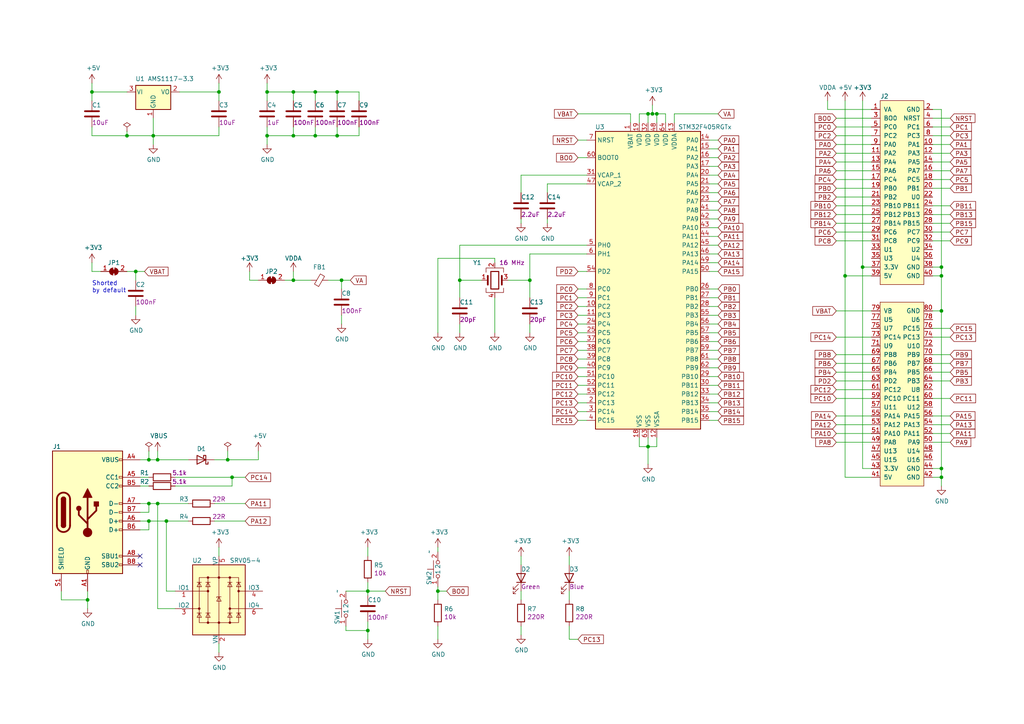
<source format=kicad_sch>
(kicad_sch (version 20211123) (generator eeschema)
  (paper "A4")
  (title_block (title "${TITLE}") (date "2021-06-14") (rev "${REVISION}") (company "${COMPANY}") (comment 1 "${AUTHOR}") (comment 2 "${AUTHOR_EMAIL}"))
  (junction (at 43.18 151.13))
  (junction (at 106.68 171.45))
  (junction (at 187.96 33.02))
  (junction (at 273.05 135.89))
  (junction (at 39.37 78.74))
  (junction (at 85.09 26.67))
  (junction (at 190.5 33.02))
  (junction (at 85.09 39.37))
  (junction (at 85.09 81.28))
  (junction (at 97.79 39.37))
  (junction (at 45.72 133.35))
  (junction (at 273.05 80.01))
  (junction (at 273.05 138.43))
  (junction (at 66.04 133.35))
  (junction (at 245.11 80.01))
  (junction (at 106.68 182.88))
  (junction (at 133.35 81.28))
  (junction (at 44.45 39.37))
  (junction (at 63.5 26.67))
  (junction (at 127 171.45))
  (junction (at 91.44 26.67))
  (junction (at 43.18 146.05))
  (junction (at 153.67 81.28))
  (junction (at 187.96 129.54))
  (junction (at 77.47 39.37))
  (junction (at 77.47 26.67))
  (junction (at 45.72 146.05))
  (junction (at 99.06 81.28))
  (junction (at 97.79 26.67))
  (junction (at 26.67 26.67))
  (junction (at 250.19 77.47))
  (junction (at 273.05 77.47))
  (junction (at 189.23 33.02))
  (junction (at 25.4 173.99))
  (junction (at 36.83 39.37))
  (junction (at 91.44 39.37))
  (junction (at 273.05 90.17))
  (junction (at 43.18 133.35))
  (junction (at 67.31 138.43))
  (junction (at 48.26 151.13))
  (no_connect (at 40.64 163.83))
  (no_connect (at 40.64 161.29))
  (wire (pts (xy 270.51 128.27) (xy 275.59 128.27)))
  (wire (pts (xy 185.42 129.54) (xy 187.96 129.54)))
  (wire (pts (xy 170.18 99.06) (xy 167.64 99.06)))
  (wire (pts (xy 273.05 135.89) (xy 270.51 135.89)))
  (wire (pts (xy 97.79 39.37) (xy 97.79 36.83)))
  (wire (pts (xy 133.35 71.12) (xy 133.35 81.28)))
  (wire (pts (xy 43.18 130.81) (xy 43.18 133.35)))
  (wire (pts (xy 273.05 90.17) (xy 273.05 135.89)))
  (wire (pts (xy 45.72 130.81) (xy 45.72 133.35)))
  (wire (pts (xy 242.57 52.07) (xy 252.73 52.07)))
  (wire (pts (xy 270.51 69.85) (xy 275.59 69.85)))
  (wire (pts (xy 273.05 138.43) (xy 273.05 135.89)))
  (wire (pts (xy 252.73 77.47) (xy 250.19 77.47)))
  (wire (pts (xy 167.64 121.92) (xy 170.18 121.92)))
  (wire (pts (xy 106.68 158.75) (xy 106.68 161.29)))
  (wire (pts (xy 151.13 64.77) (xy 151.13 63.5)))
  (wire (pts (xy 205.74 53.34) (xy 208.28 53.34)))
  (wire (pts (xy 127 74.93) (xy 127 96.52)))
  (wire (pts (xy 242.57 125.73) (xy 252.73 125.73)))
  (wire (pts (xy 170.18 93.98) (xy 167.64 93.98)))
  (wire (pts (xy 167.64 78.74) (xy 170.18 78.74)))
  (wire (pts (xy 153.67 73.66) (xy 153.67 81.28)))
  (wire (pts (xy 190.5 127) (xy 190.5 129.54)))
  (wire (pts (xy 270.51 52.07) (xy 275.59 52.07)))
  (wire (pts (xy 205.74 86.36) (xy 208.28 86.36)))
  (wire (pts (xy 208.28 104.14) (xy 205.74 104.14)))
  (wire (pts (xy 158.75 63.5) (xy 158.75 64.77)))
  (wire (pts (xy 52.07 26.67) (xy 63.5 26.67)))
  (wire (pts (xy 245.11 80.01) (xy 245.11 138.43)))
  (wire (pts (xy 170.18 88.9) (xy 167.64 88.9)))
  (wire (pts (xy 187.96 35.56) (xy 187.96 33.02)))
  (wire (pts (xy 205.74 91.44) (xy 208.28 91.44)))
  (wire (pts (xy 252.73 105.41) (xy 242.57 105.41)))
  (wire (pts (xy 111.76 171.45) (xy 106.68 171.45)))
  (wire (pts (xy 40.64 148.59) (xy 43.18 148.59)))
  (wire (pts (xy 242.57 120.65) (xy 252.73 120.65)))
  (wire (pts (xy 127 171.45) (xy 127 173.99)))
  (wire (pts (xy 275.59 120.65) (xy 270.51 120.65)))
  (wire (pts (xy 275.59 39.37) (xy 270.51 39.37)))
  (wire (pts (xy 50.8 171.45) (xy 48.26 171.45)))
  (wire (pts (xy 106.68 185.42) (xy 106.68 182.88)))
  (wire (pts (xy 185.42 33.02) (xy 187.96 33.02)))
  (wire (pts (xy 208.28 50.8) (xy 205.74 50.8)))
  (wire (pts (xy 77.47 26.67) (xy 77.47 24.13)))
  (wire (pts (xy 208.28 60.96) (xy 205.74 60.96)))
  (wire (pts (xy 151.13 163.83) (xy 151.13 161.29)))
  (wire (pts (xy 167.64 45.72) (xy 170.18 45.72)))
  (wire (pts (xy 91.44 29.21) (xy 91.44 26.67)))
  (wire (pts (xy 242.57 49.53) (xy 252.73 49.53)))
  (wire (pts (xy 104.14 39.37) (xy 97.79 39.37)))
  (wire (pts (xy 190.5 33.02) (xy 193.04 33.02)))
  (wire (pts (xy 26.67 78.74) (xy 29.21 78.74)))
  (wire (pts (xy 44.45 41.91) (xy 44.45 39.37)))
  (wire (pts (xy 97.79 26.67) (xy 97.79 29.21)))
  (wire (pts (xy 190.5 129.54) (xy 187.96 129.54)))
  (wire (pts (xy 77.47 36.83) (xy 77.47 39.37)))
  (wire (pts (xy 71.12 151.13) (xy 62.23 151.13)))
  (wire (pts (xy 208.28 45.72) (xy 205.74 45.72)))
  (wire (pts (xy 143.51 74.93) (xy 127 74.93)))
  (wire (pts (xy 151.13 50.8) (xy 170.18 50.8)))
  (wire (pts (xy 36.83 39.37) (xy 44.45 39.37)))
  (wire (pts (xy 205.74 111.76) (xy 208.28 111.76)))
  (wire (pts (xy 275.59 123.19) (xy 270.51 123.19)))
  (wire (pts (xy 275.59 49.53) (xy 270.51 49.53)))
  (wire (pts (xy 77.47 26.67) (xy 85.09 26.67)))
  (wire (pts (xy 208.28 71.12) (xy 205.74 71.12)))
  (wire (pts (xy 100.33 182.88) (xy 106.68 182.88)))
  (wire (pts (xy 205.74 68.58) (xy 208.28 68.58)))
  (wire (pts (xy 26.67 26.67) (xy 26.67 24.13)))
  (wire (pts (xy 205.74 63.5) (xy 208.28 63.5)))
  (wire (pts (xy 185.42 127) (xy 185.42 129.54)))
  (wire (pts (xy 252.73 135.89) (xy 250.19 135.89)))
  (wire (pts (xy 242.57 102.87) (xy 252.73 102.87)))
  (wire (pts (xy 208.28 66.04) (xy 205.74 66.04)))
  (wire (pts (xy 158.75 53.34) (xy 170.18 53.34)))
  (wire (pts (xy 97.79 26.67) (xy 91.44 26.67)))
  (wire (pts (xy 275.59 102.87) (xy 270.51 102.87)))
  (wire (pts (xy 167.64 96.52) (xy 170.18 96.52)))
  (wire (pts (xy 63.5 36.83) (xy 63.5 39.37)))
  (wire (pts (xy 143.51 76.2) (xy 143.51 74.93)))
  (wire (pts (xy 104.14 36.83) (xy 104.14 39.37)))
  (wire (pts (xy 62.23 133.35) (xy 66.04 133.35)))
  (wire (pts (xy 143.51 86.36) (xy 143.51 96.52)))
  (wire (pts (xy 40.64 146.05) (xy 43.18 146.05)))
  (wire (pts (xy 193.04 35.56) (xy 193.04 33.02)))
  (wire (pts (xy 205.74 58.42) (xy 208.28 58.42)))
  (wire (pts (xy 242.57 113.03) (xy 252.73 113.03)))
  (wire (pts (xy 26.67 76.2) (xy 26.67 78.74)))
  (wire (pts (xy 39.37 78.74) (xy 39.37 81.28)))
  (wire (pts (xy 205.74 48.26) (xy 208.28 48.26)))
  (wire (pts (xy 252.73 123.19) (xy 242.57 123.19)))
  (wire (pts (xy 45.72 133.35) (xy 54.61 133.35)))
  (wire (pts (xy 252.73 115.57) (xy 242.57 115.57)))
  (wire (pts (xy 167.64 111.76) (xy 170.18 111.76)))
  (wire (pts (xy 99.06 81.28) (xy 99.06 83.82)))
  (wire (pts (xy 275.59 115.57) (xy 270.51 115.57)))
  (wire (pts (xy 205.74 73.66) (xy 208.28 73.66)))
  (wire (pts (xy 170.18 114.3) (xy 167.64 114.3)))
  (wire (pts (xy 71.12 146.05) (xy 62.23 146.05)))
  (wire (pts (xy 63.5 158.75) (xy 63.5 161.29)))
  (wire (pts (xy 245.11 80.01) (xy 252.73 80.01)))
  (wire (pts (xy 127 158.75) (xy 127 160.02)))
  (wire (pts (xy 85.09 81.28) (xy 90.17 81.28)))
  (wire (pts (xy 36.83 78.74) (xy 39.37 78.74)))
  (wire (pts (xy 67.31 138.43) (xy 71.12 138.43)))
  (wire (pts (xy 270.51 77.47) (xy 273.05 77.47)))
  (wire (pts (xy 208.28 55.88) (xy 205.74 55.88)))
  (wire (pts (xy 25.4 173.99) (xy 25.4 176.53)))
  (wire (pts (xy 40.64 153.67) (xy 43.18 153.67)))
  (wire (pts (xy 165.1 181.61) (xy 165.1 185.42)))
  (wire (pts (xy 208.28 76.2) (xy 205.74 76.2)))
  (wire (pts (xy 67.31 140.97) (xy 67.31 138.43)))
  (wire (pts (xy 77.47 39.37) (xy 85.09 39.37)))
  (wire (pts (xy 43.18 133.35) (xy 45.72 133.35)))
  (wire (pts (xy 26.67 36.83) (xy 26.67 39.37)))
  (wire (pts (xy 127 170.18) (xy 127 171.45)))
  (wire (pts (xy 242.57 46.99) (xy 252.73 46.99)))
  (wire (pts (xy 26.67 39.37) (xy 36.83 39.37)))
  (wire (pts (xy 26.67 26.67) (xy 36.83 26.67)))
  (wire (pts (xy 43.18 151.13) (xy 48.26 151.13)))
  (wire (pts (xy 170.18 109.22) (xy 167.64 109.22)))
  (wire (pts (xy 187.96 129.54) (xy 187.96 134.62)))
  (wire (pts (xy 97.79 39.37) (xy 91.44 39.37)))
  (wire (pts (xy 99.06 81.28) (xy 101.6 81.28)))
  (wire (pts (xy 275.59 54.61) (xy 270.51 54.61)))
  (wire (pts (xy 44.45 34.29) (xy 44.45 39.37)))
  (wire (pts (xy 195.58 33.02) (xy 208.28 33.02)))
  (wire (pts (xy 242.57 107.95) (xy 252.73 107.95)))
  (wire (pts (xy 275.59 125.73) (xy 270.51 125.73)))
  (wire (pts (xy 85.09 26.67) (xy 85.09 29.21)))
  (wire (pts (xy 40.64 133.35) (xy 43.18 133.35)))
  (wire (pts (xy 44.45 39.37) (xy 63.5 39.37)))
  (wire (pts (xy 205.74 106.68) (xy 208.28 106.68)))
  (wire (pts (xy 106.68 168.91) (xy 106.68 171.45)))
  (wire (pts (xy 153.67 81.28) (xy 153.67 86.36)))
  (wire (pts (xy 242.57 67.31) (xy 252.73 67.31)))
  (wire (pts (xy 104.14 26.67) (xy 97.79 26.67)))
  (wire (pts (xy 74.93 133.35) (xy 74.93 130.81)))
  (wire (pts (xy 170.18 104.14) (xy 167.64 104.14)))
  (wire (pts (xy 252.73 31.75) (xy 240.03 31.75)))
  (wire (pts (xy 133.35 93.98) (xy 133.35 96.52)))
  (wire (pts (xy 151.13 55.88) (xy 151.13 50.8)))
  (wire (pts (xy 50.8 138.43) (xy 67.31 138.43)))
  (wire (pts (xy 187.96 127) (xy 187.96 129.54)))
  (wire (pts (xy 208.28 40.64) (xy 205.74 40.64)))
  (wire (pts (xy 205.74 101.6) (xy 208.28 101.6)))
  (wire (pts (xy 242.57 34.29) (xy 252.73 34.29)))
  (wire (pts (xy 270.51 36.83) (xy 275.59 36.83)))
  (wire (pts (xy 167.64 40.64) (xy 170.18 40.64)))
  (wire (pts (xy 205.74 121.92) (xy 208.28 121.92)))
  (wire (pts (xy 72.39 78.74) (xy 72.39 81.28)))
  (wire (pts (xy 242.57 57.15) (xy 252.73 57.15)))
  (wire (pts (xy 100.33 171.45) (xy 106.68 171.45)))
  (wire (pts (xy 77.47 26.67) (xy 77.47 29.21)))
  (wire (pts (xy 91.44 39.37) (xy 85.09 39.37)))
  (wire (pts (xy 40.64 138.43) (xy 43.18 138.43)))
  (wire (pts (xy 275.59 67.31) (xy 270.51 67.31)))
  (wire (pts (xy 252.73 110.49) (xy 242.57 110.49)))
  (wire (pts (xy 158.75 53.34) (xy 158.75 55.88)))
  (wire (pts (xy 185.42 35.56) (xy 185.42 33.02)))
  (wire (pts (xy 167.64 116.84) (xy 170.18 116.84)))
  (wire (pts (xy 106.68 182.88) (xy 106.68 180.34)))
  (wire (pts (xy 167.64 91.44) (xy 170.18 91.44)))
  (wire (pts (xy 17.78 173.99) (xy 25.4 173.99)))
  (wire (pts (xy 208.28 109.22) (xy 205.74 109.22)))
  (wire (pts (xy 165.1 185.42) (xy 167.64 185.42)))
  (wire (pts (xy 240.03 31.75) (xy 240.03 29.21)))
  (wire (pts (xy 165.1 171.45) (xy 165.1 173.99)))
  (wire (pts (xy 242.57 44.45) (xy 252.73 44.45)))
  (wire (pts (xy 275.59 44.45) (xy 270.51 44.45)))
  (wire (pts (xy 85.09 78.74) (xy 85.09 81.28)))
  (wire (pts (xy 100.33 181.61) (xy 100.33 182.88)))
  (wire (pts (xy 250.19 77.47) (xy 250.19 135.89)))
  (wire (pts (xy 270.51 46.99) (xy 275.59 46.99)))
  (wire (pts (xy 45.72 176.53) (xy 45.72 146.05)))
  (wire (pts (xy 252.73 128.27) (xy 242.57 128.27)))
  (wire (pts (xy 242.57 97.79) (xy 252.73 97.79)))
  (wire (pts (xy 273.05 80.01) (xy 273.05 90.17)))
  (wire (pts (xy 91.44 36.83) (xy 91.44 39.37)))
  (wire (pts (xy 43.18 153.67) (xy 43.18 151.13)))
  (wire (pts (xy 104.14 29.21) (xy 104.14 26.67)))
  (wire (pts (xy 189.23 30.48) (xy 189.23 33.02)))
  (wire (pts (xy 242.57 59.69) (xy 252.73 59.69)))
  (wire (pts (xy 270.51 34.29) (xy 275.59 34.29)))
  (wire (pts (xy 205.74 116.84) (xy 208.28 116.84)))
  (wire (pts (xy 153.67 93.98) (xy 153.67 96.52)))
  (wire (pts (xy 205.74 96.52) (xy 208.28 96.52)))
  (wire (pts (xy 273.05 77.47) (xy 273.05 80.01)))
  (wire (pts (xy 208.28 93.98) (xy 205.74 93.98)))
  (wire (pts (xy 242.57 41.91) (xy 252.73 41.91)))
  (wire (pts (xy 170.18 119.38) (xy 167.64 119.38)))
  (wire (pts (xy 208.28 83.82) (xy 205.74 83.82)))
  (wire (pts (xy 43.18 146.05) (xy 45.72 146.05)))
  (wire (pts (xy 270.51 64.77) (xy 275.59 64.77)))
  (wire (pts (xy 270.51 80.01) (xy 273.05 80.01)))
  (wire (pts (xy 50.8 140.97) (xy 67.31 140.97)))
  (wire (pts (xy 273.05 90.17) (xy 270.51 90.17)))
  (wire (pts (xy 167.64 106.68) (xy 170.18 106.68)))
  (wire (pts (xy 72.39 81.28) (xy 74.93 81.28)))
  (wire (pts (xy 167.64 86.36) (xy 170.18 86.36)))
  (wire (pts (xy 205.74 43.18) (xy 208.28 43.18)))
  (wire (pts (xy 17.78 171.45) (xy 17.78 173.99)))
  (wire (pts (xy 242.57 69.85) (xy 252.73 69.85)))
  (wire (pts (xy 36.83 38.1) (xy 36.83 39.37)))
  (wire (pts (xy 77.47 41.91) (xy 77.47 39.37)))
  (wire (pts (xy 273.05 140.97) (xy 273.05 138.43)))
  (wire (pts (xy 151.13 184.15) (xy 151.13 181.61)))
  (wire (pts (xy 39.37 78.74) (xy 41.91 78.74)))
  (wire (pts (xy 50.8 176.53) (xy 45.72 176.53)))
  (wire (pts (xy 26.67 26.67) (xy 26.67 29.21)))
  (wire (pts (xy 275.59 97.79) (xy 270.51 97.79)))
  (wire (pts (xy 242.57 90.17) (xy 252.73 90.17)))
  (wire (pts (xy 187.96 33.02) (xy 189.23 33.02)))
  (wire (pts (xy 63.5 26.67) (xy 63.5 24.13)))
  (wire (pts (xy 170.18 83.82) (xy 167.64 83.82)))
  (wire (pts (xy 95.25 81.28) (xy 99.06 81.28)))
  (wire (pts (xy 127 181.61) (xy 127 185.42)))
  (wire (pts (xy 45.72 146.05) (xy 54.61 146.05)))
  (wire (pts (xy 208.28 119.38) (xy 205.74 119.38)))
  (wire (pts (xy 39.37 88.9) (xy 39.37 91.44)))
  (wire (pts (xy 43.18 151.13) (xy 40.64 151.13)))
  (wire (pts (xy 43.18 140.97) (xy 40.64 140.97)))
  (wire (pts (xy 275.59 107.95) (xy 270.51 107.95)))
  (wire (pts (xy 245.11 29.21) (xy 245.11 80.01)))
  (wire (pts (xy 270.51 105.41) (xy 275.59 105.41)))
  (wire (pts (xy 270.51 59.69) (xy 275.59 59.69)))
  (wire (pts (xy 91.44 26.67) (xy 85.09 26.67)))
  (wire (pts (xy 139.7 81.28) (xy 133.35 81.28)))
  (wire (pts (xy 208.28 114.3) (xy 205.74 114.3)))
  (wire (pts (xy 165.1 161.29) (xy 165.1 163.83)))
  (wire (pts (xy 25.4 171.45) (xy 25.4 173.99)))
  (wire (pts (xy 270.51 95.25) (xy 275.59 95.25)))
  (wire (pts (xy 66.04 133.35) (xy 74.93 133.35)))
  (wire (pts (xy 63.5 26.67) (xy 63.5 29.21)))
  (wire (pts (xy 205.74 78.74) (xy 208.28 78.74)))
  (wire (pts (xy 48.26 171.45) (xy 48.26 151.13)))
  (wire (pts (xy 133.35 81.28) (xy 133.35 86.36)))
  (wire (pts (xy 63.5 189.23) (xy 63.5 186.69)))
  (wire (pts (xy 275.59 62.23) (xy 270.51 62.23)))
  (wire (pts (xy 99.06 91.44) (xy 99.06 93.98)))
  (wire (pts (xy 43.18 148.59) (xy 43.18 146.05)))
  (wire (pts (xy 189.23 33.02) (xy 190.5 33.02)))
  (wire (pts (xy 147.32 81.28) (xy 153.67 81.28)))
  (wire (pts (xy 66.04 130.81) (xy 66.04 133.35)))
  (wire (pts (xy 182.88 35.56) (xy 182.88 33.02)))
  (wire (pts (xy 195.58 33.02) (xy 195.58 35.56)))
  (wire (pts (xy 48.26 151.13) (xy 54.61 151.13)))
  (wire (pts (xy 270.51 31.75) (xy 273.05 31.75)))
  (wire (pts (xy 273.05 138.43) (xy 270.51 138.43)))
  (wire (pts (xy 129.54 171.45) (xy 127 171.45)))
  (wire (pts (xy 208.28 99.06) (xy 205.74 99.06)))
  (wire (pts (xy 190.5 35.56) (xy 190.5 33.02)))
  (wire (pts (xy 133.35 71.12) (xy 170.18 71.12)))
  (wire (pts (xy 242.57 39.37) (xy 252.73 39.37)))
  (wire (pts (xy 153.67 73.66) (xy 170.18 73.66)))
  (wire (pts (xy 167.64 33.02) (xy 182.88 33.02)))
  (wire (pts (xy 82.55 81.28) (xy 85.09 81.28)))
  (wire (pts (xy 151.13 173.99) (xy 151.13 171.45)))
  (wire (pts (xy 245.11 138.43) (xy 252.73 138.43)))
  (wire (pts (xy 242.57 64.77) (xy 252.73 64.77)))
  (wire (pts (xy 85.09 39.37) (xy 85.09 36.83)))
  (wire (pts (xy 242.57 36.83) (xy 252.73 36.83)))
  (wire (pts (xy 273.05 31.75) (xy 273.05 77.47)))
  (wire (pts (xy 250.19 29.21) (xy 250.19 77.47)))
  (wire (pts (xy 106.68 171.45) (xy 106.68 172.72)))
  (wire (pts (xy 242.57 62.23) (xy 252.73 62.23)))
  (wire (pts (xy 270.51 41.91) (xy 275.59 41.91)))
  (wire (pts (xy 167.64 101.6) (xy 170.18 101.6)))
  (wire (pts (xy 208.28 88.9) (xy 205.74 88.9)))
  (wire (pts (xy 275.59 110.49) (xy 270.51 110.49)))
  (wire (pts (xy 242.57 54.61) (xy 252.73 54.61)))
  (text "Shorted\nby default" (at 26.67 85.09 0) (effects (font (size 1.27 1.27)) (justify left bottom)))
  (global_label "PC8" (shape input) (at 167.64 104.14 180) (property "Intersheet References" "${INTERSHEET_REFS}" (effects hide)))
  (global_label "PC11" (shape input) (at 275.59 115.57 0) (property "Intersheet References" "${INTERSHEET_REFS}" (effects hide)))
  (global_label "PA9" (shape input) (at 275.59 128.27 0) (property "Intersheet References" "${INTERSHEET_REFS}" (effects hide)))
  (global_label "PB10" (shape input) (at 242.57 59.69 180) (property "Intersheet References" "${INTERSHEET_REFS}" (effects hide)))
  (global_label "PB14" (shape input) (at 242.57 64.77 180) (property "Intersheet References" "${INTERSHEET_REFS}" (effects hide)))
  (global_label "NRST" (shape input) (at 167.64 40.64 180) (property "Intersheet References" "${INTERSHEET_REFS}" (effects hide)))
  (global_label "PA14" (shape input) (at 208.28 76.2 0) (property "Intersheet References" "${INTERSHEET_REFS}" (effects hide)))
  (global_label "VBAT" (shape input) (at 242.57 90.17 180) (property "Intersheet References" "${INTERSHEET_REFS}" (effects hide)))
  (global_label "PC3" (shape input) (at 275.59 39.37 0) (property "Intersheet References" "${INTERSHEET_REFS}" (effects hide)))
  (global_label "PA6" (shape input) (at 242.57 49.53 180) (property "Intersheet References" "${INTERSHEET_REFS}" (effects hide)))
  (global_label "NRST" (shape input) (at 111.76 171.45 0) (property "Intersheet References" "${INTERSHEET_REFS}" (effects hide)))
  (global_label "PC2" (shape input) (at 242.57 39.37 180) (property "Intersheet References" "${INTERSHEET_REFS}" (effects hide)))
  (global_label "PC15" (shape input) (at 275.59 95.25 0) (property "Intersheet References" "${INTERSHEET_REFS}" (effects hide)))
  (global_label "PC13" (shape input) (at 167.64 116.84 180) (property "Intersheet References" "${INTERSHEET_REFS}" (effects hide)))
  (global_label "PA13" (shape input) (at 208.28 73.66 0) (property "Intersheet References" "${INTERSHEET_REFS}" (effects hide)))
  (global_label "PB2" (shape input) (at 208.28 88.9 0) (property "Intersheet References" "${INTERSHEET_REFS}" (effects hide)))
  (global_label "PB9" (shape input) (at 208.28 106.68 0) (property "Intersheet References" "${INTERSHEET_REFS}" (effects hide)))
  (global_label "BO0" (shape input) (at 242.57 34.29 180) (property "Intersheet References" "${INTERSHEET_REFS}" (effects hide)))
  (global_label "BO0" (shape input) (at 167.64 45.72 180) (property "Intersheet References" "${INTERSHEET_REFS}" (effects hide)))
  (global_label "PC11" (shape input) (at 167.64 111.76 180) (property "Intersheet References" "${INTERSHEET_REFS}" (effects hide)))
  (global_label "PB2" (shape input) (at 242.57 57.15 180) (property "Intersheet References" "${INTERSHEET_REFS}" (effects hide)))
  (global_label "PC12" (shape input) (at 242.57 113.03 180) (property "Intersheet References" "${INTERSHEET_REFS}" (effects hide)))
  (global_label "PB6" (shape input) (at 242.57 105.41 180) (property "Intersheet References" "${INTERSHEET_REFS}" (effects hide)))
  (global_label "PC2" (shape input) (at 167.64 88.9 180) (property "Intersheet References" "${INTERSHEET_REFS}" (effects hide)))
  (global_label "PB15" (shape input) (at 275.59 64.77 0) (property "Intersheet References" "${INTERSHEET_REFS}" (effects hide)))
  (global_label "PA4" (shape input) (at 208.28 50.8 0) (property "Intersheet References" "${INTERSHEET_REFS}" (effects hide)))
  (global_label "PB5" (shape input) (at 275.59 107.95 0) (property "Intersheet References" "${INTERSHEET_REFS}" (effects hide)))
  (global_label "PC13" (shape input) (at 167.64 185.42 0) (property "Intersheet References" "${INTERSHEET_REFS}" (effects hide)))
  (global_label "PC3" (shape input) (at 167.64 91.44 180) (property "Intersheet References" "${INTERSHEET_REFS}" (effects hide)))
  (global_label "PC7" (shape input) (at 167.64 101.6 180) (property "Intersheet References" "${INTERSHEET_REFS}" (effects hide)))
  (global_label "PA3" (shape input) (at 275.59 44.45 0) (property "Intersheet References" "${INTERSHEET_REFS}" (effects hide)))
  (global_label "PA8" (shape input) (at 208.28 60.96 0) (property "Intersheet References" "${INTERSHEET_REFS}" (effects hide)))
  (global_label "PD2" (shape input) (at 167.64 78.74 180) (property "Intersheet References" "${INTERSHEET_REFS}" (effects hide)))
  (global_label "PB14" (shape input) (at 208.28 119.38 0) (property "Intersheet References" "${INTERSHEET_REFS}" (effects hide)))
  (global_label "PB12" (shape input) (at 208.28 114.3 0) (property "Intersheet References" "${INTERSHEET_REFS}" (effects hide)))
  (global_label "PB9" (shape input) (at 275.59 102.87 0) (property "Intersheet References" "${INTERSHEET_REFS}" (effects hide)))
  (global_label "PB3" (shape input) (at 208.28 91.44 0) (property "Intersheet References" "${INTERSHEET_REFS}" (effects hide)))
  (global_label "PB13" (shape input) (at 208.28 116.84 0) (property "Intersheet References" "${INTERSHEET_REFS}" (effects hide)))
  (global_label "PB11" (shape input) (at 275.59 59.69 0) (property "Intersheet References" "${INTERSHEET_REFS}" (effects hide)))
  (global_label "PC4" (shape input) (at 167.64 93.98 180) (property "Intersheet References" "${INTERSHEET_REFS}" (effects hide)))
  (global_label "PA12" (shape input) (at 242.57 123.19 180) (property "Intersheet References" "${INTERSHEET_REFS}" (effects hide)))
  (global_label "PC14" (shape input) (at 71.12 138.43 0) (property "Intersheet References" "${INTERSHEET_REFS}" (effects hide)))
  (global_label "PA11" (shape input) (at 71.12 146.05 0) (property "Intersheet References" "${INTERSHEET_REFS}" (effects hide)))
  (global_label "PA7" (shape input) (at 275.59 49.53 0) (property "Intersheet References" "${INTERSHEET_REFS}" (effects hide)))
  (global_label "PA2" (shape input) (at 208.28 45.72 0) (property "Intersheet References" "${INTERSHEET_REFS}" (effects hide)))
  (global_label "PD2" (shape input) (at 242.57 110.49 180) (property "Intersheet References" "${INTERSHEET_REFS}" (effects hide)))
  (global_label "PB0" (shape input) (at 208.28 83.82 0) (property "Intersheet References" "${INTERSHEET_REFS}" (effects hide)))
  (global_label "PC5" (shape input) (at 167.64 96.52 180) (property "Intersheet References" "${INTERSHEET_REFS}" (effects hide)))
  (global_label "PB4" (shape input) (at 242.57 107.95 180) (property "Intersheet References" "${INTERSHEET_REFS}" (effects hide)))
  (global_label "PA2" (shape input) (at 242.57 44.45 180) (property "Intersheet References" "${INTERSHEET_REFS}" (effects hide)))
  (global_label "VA" (shape input) (at 101.6 81.28 0) (property "Intersheet References" "${INTERSHEET_REFS}" (effects hide)))
  (global_label "PA9" (shape input) (at 208.28 63.5 0) (property "Intersheet References" "${INTERSHEET_REFS}" (effects hide)))
  (global_label "PA7" (shape input) (at 208.28 58.42 0) (property "Intersheet References" "${INTERSHEET_REFS}" (effects hide)))
  (global_label "PB15" (shape input) (at 208.28 121.92 0) (property "Intersheet References" "${INTERSHEET_REFS}" (effects hide)))
  (global_label "PB7" (shape input) (at 208.28 101.6 0) (property "Intersheet References" "${INTERSHEET_REFS}" (effects hide)))
  (global_label "PA12" (shape input) (at 71.12 151.13 0) (property "Intersheet References" "${INTERSHEET_REFS}" (effects hide)))
  (global_label "PA10" (shape input) (at 242.57 125.73 180) (property "Intersheet References" "${INTERSHEET_REFS}" (effects hide)))
  (global_label "PC7" (shape input) (at 275.59 67.31 0) (property "Intersheet References" "${INTERSHEET_REFS}" (effects hide)))
  (global_label "PC9" (shape input) (at 275.59 69.85 0) (property "Intersheet References" "${INTERSHEET_REFS}" (effects hide)))
  (global_label "PA15" (shape input) (at 275.59 120.65 0) (property "Intersheet References" "${INTERSHEET_REFS}" (effects hide)))
  (global_label "PB13" (shape input) (at 275.59 62.23 0) (property "Intersheet References" "${INTERSHEET_REFS}" (effects hide)))
  (global_label "PB10" (shape input) (at 208.28 109.22 0) (property "Intersheet References" "${INTERSHEET_REFS}" (effects hide)))
  (global_label "PC5" (shape input) (at 275.59 52.07 0) (property "Intersheet References" "${INTERSHEET_REFS}" (effects hide)))
  (global_label "PC0" (shape input) (at 167.64 83.82 180) (property "Intersheet References" "${INTERSHEET_REFS}" (effects hide)))
  (global_label "PB12" (shape input) (at 242.57 62.23 180) (property "Intersheet References" "${INTERSHEET_REFS}" (effects hide)))
  (global_label "PA6" (shape input) (at 208.28 55.88 0) (property "Intersheet References" "${INTERSHEET_REFS}" (effects hide)))
  (global_label "PC6" (shape input) (at 167.64 99.06 180) (property "Intersheet References" "${INTERSHEET_REFS}" (effects hide)))
  (global_label "PB4" (shape input) (at 208.28 93.98 0) (property "Intersheet References" "${INTERSHEET_REFS}" (effects hide)))
  (global_label "PC12" (shape input) (at 167.64 114.3 180) (property "Intersheet References" "${INTERSHEET_REFS}" (effects hide)))
  (global_label "PB0" (shape input) (at 242.57 54.61 180) (property "Intersheet References" "${INTERSHEET_REFS}" (effects hide)))
  (global_label "PC1" (shape input) (at 167.64 86.36 180) (property "Intersheet References" "${INTERSHEET_REFS}" (effects hide)))
  (global_label "PC14" (shape input) (at 242.57 97.79 180) (property "Intersheet References" "${INTERSHEET_REFS}" (effects hide)))
  (global_label "PC4" (shape input) (at 242.57 52.07 180) (property "Intersheet References" "${INTERSHEET_REFS}" (effects hide)))
  (global_label "PA14" (shape input) (at 242.57 120.65 180) (property "Intersheet References" "${INTERSHEET_REFS}" (effects hide)))
  (global_label "PA11" (shape input) (at 275.59 125.73 0) (property "Intersheet References" "${INTERSHEET_REFS}" (effects hide)))
  (global_label "PA5" (shape input) (at 208.28 53.34 0) (property "Intersheet References" "${INTERSHEET_REFS}" (effects hide)))
  (global_label "PB11" (shape input) (at 208.28 111.76 0) (property "Intersheet References" "${INTERSHEET_REFS}" (effects hide)))
  (global_label "PA12" (shape input) (at 208.28 71.12 0) (property "Intersheet References" "${INTERSHEET_REFS}" (effects hide)))
  (global_label "PB1" (shape input) (at 208.28 86.36 0) (property "Intersheet References" "${INTERSHEET_REFS}" (effects hide)))
  (global_label "PB5" (shape input) (at 208.28 96.52 0) (property "Intersheet References" "${INTERSHEET_REFS}" (effects hide)))
  (global_label "PC0" (shape input) (at 242.57 36.83 180) (property "Intersheet References" "${INTERSHEET_REFS}" (effects hide)))
  (global_label "PA8" (shape input) (at 242.57 128.27 180) (property "Intersheet References" "${INTERSHEET_REFS}" (effects hide)))
  (global_label "PA3" (shape input) (at 208.28 48.26 0) (property "Intersheet References" "${INTERSHEET_REFS}" (effects hide)))
  (global_label "PA15" (shape input) (at 208.28 78.74 0) (property "Intersheet References" "${INTERSHEET_REFS}" (effects hide)))
  (global_label "PB8" (shape input) (at 208.28 104.14 0) (property "Intersheet References" "${INTERSHEET_REFS}" (effects hide)))
  (global_label "PB3" (shape input) (at 275.59 110.49 0) (property "Intersheet References" "${INTERSHEET_REFS}" (effects hide)))
  (global_label "PC15" (shape input) (at 167.64 121.92 180) (property "Intersheet References" "${INTERSHEET_REFS}" (effects hide)))
  (global_label "PC6" (shape input) (at 242.57 67.31 180) (property "Intersheet References" "${INTERSHEET_REFS}" (effects hide)))
  (global_label "PA1" (shape input) (at 275.59 41.91 0) (property "Intersheet References" "${INTERSHEET_REFS}" (effects hide)))
  (global_label "PB6" (shape input) (at 208.28 99.06 0) (property "Intersheet References" "${INTERSHEET_REFS}" (effects hide)))
  (global_label "PB8" (shape input) (at 242.57 102.87 180) (property "Intersheet References" "${INTERSHEET_REFS}" (effects hide)))
  (global_label "PC8" (shape input) (at 242.57 69.85 180) (property "Intersheet References" "${INTERSHEET_REFS}" (effects hide)))
  (global_label "NRST" (shape input) (at 275.59 34.29 0) (property "Intersheet References" "${INTERSHEET_REFS}" (effects hide)))
  (global_label "PA11" (shape input) (at 208.28 68.58 0) (property "Intersheet References" "${INTERSHEET_REFS}" (effects hide)))
  (global_label "PC13" (shape input) (at 275.59 97.79 0) (property "Intersheet References" "${INTERSHEET_REFS}" (effects hide)))
  (global_label "PA0" (shape input) (at 242.57 41.91 180) (property "Intersheet References" "${INTERSHEET_REFS}" (effects hide)))
  (global_label "PC14" (shape input) (at 167.64 119.38 180) (property "Intersheet References" "${INTERSHEET_REFS}" (effects hide)))
  (global_label "VA" (shape input) (at 208.28 33.02 0) (property "Intersheet References" "${INTERSHEET_REFS}" (effects hide)))
  (global_label "VBAT" (shape input) (at 41.91 78.74 0) (property "Intersheet References" "${INTERSHEET_REFS}" (effects hide)))
  (global_label "PA1" (shape input) (at 208.28 43.18 0) (property "Intersheet References" "${INTERSHEET_REFS}" (effects hide)))
  (global_label "PA13" (shape input) (at 275.59 123.19 0) (property "Intersheet References" "${INTERSHEET_REFS}" (effects hide)))
  (global_label "PC9" (shape input) (at 167.64 106.68 180) (property "Intersheet References" "${INTERSHEET_REFS}" (effects hide)))
  (global_label "PB1" (shape input) (at 275.59 54.61 0) (property "Intersheet References" "${INTERSHEET_REFS}" (effects hide)))
  (global_label "PC1" (shape input) (at 275.59 36.83 0) (property "Intersheet References" "${INTERSHEET_REFS}" (effects hide)))
  (global_label "PA5" (shape input) (at 275.59 46.99 0) (property "Intersheet References" "${INTERSHEET_REFS}" (effects hide)))
  (global_label "VBAT" (shape input) (at 167.64 33.02 180) (property "Intersheet References" "${INTERSHEET_REFS}" (effects hide)))
  (global_label "PC10" (shape input) (at 167.64 109.22 180) (property "Intersheet References" "${INTERSHEET_REFS}" (effects hide)))
  (global_label "PB7" (shape input) (at 275.59 105.41 0) (property "Intersheet References" "${INTERSHEET_REFS}" (effects hide)))
  (global_label "PA10" (shape input) (at 208.28 66.04 0) (property "Intersheet References" "${INTERSHEET_REFS}" (effects hide)))
  (global_label "PA0" (shape input) (at 208.28 40.64 0) (property "Intersheet References" "${INTERSHEET_REFS}" (effects hide)))
  (global_label "PA4" (shape input) (at 242.57 46.99 180) (property "Intersheet References" "${INTERSHEET_REFS}" (effects hide)))
  (global_label "BO0" (shape input) (at 129.54 171.45 0) (property "Intersheet References" "${INTERSHEET_REFS}" (effects hide)))
  (global_label "PC10" (shape input) (at 242.57 115.57 180) (property "Intersheet References" "${INTERSHEET_REFS}" (effects hide)))
  (symbol (lib_id "MCU_ST_STM32F4:STM32F405RGTx") (at 187.96 81.28 0) (unit 1)
    (property "Reference" "U3" (at 173.99 36.83 0))
    (property "Value" "STM32F405RGTx" (at 204.47 36.83 0))
    (property "Footprint" "Package_QFP:LQFP-64_10x10mm_P0.5mm" (effects hide))
    (property "Datasheet" "http://www.st.com/st-web-ui/static/active/en/resource/technical/document/datasheet/DM00037051.pdf" (effects hide))
    (property "LCSC" "C15742" (effects hide))
  )
  (symbol (lib_id "power:GND") (at 187.96 134.62 0) (unit 1)
    (property "Reference" "#PWR029" (effects hide))
    (property "Value" "GND" (at 188.087 139.0142 0))
  )
  (symbol (lib_id "power:+3.3V") (at 189.23 30.48 0) (unit 1)
    (property "Reference" "#PWR030" (effects hide))
    (property "Value" "+3.3V" (at 189.611 26.0858 0))
  )
  (symbol (lib_id "stm32world:STM32WORLD_BASE") (at 261.62 85.09 0) (unit 1)
    (property "Reference" "J2" (at 256.54 27.94 0))
    (property "Value" "STM32WORLD_BASE" (effects hide))
    (property "Footprint" "stm32world:STM32WORLD_BASE" (effects hide))
  )
  (symbol (lib_id "power:+3.3V") (at 250.19 29.21 0) (unit 1)
    (property "Reference" "#PWR033" (effects hide))
    (property "Value" "+3.3V" (at 250.19 25.4 0))
  )
  (symbol (lib_id "power:GND") (at 273.05 140.97 0) (unit 1)
    (property "Reference" "#PWR034" (effects hide))
    (property "Value" "GND" (at 273.177 145.3642 0))
  )
  (symbol (lib_id "power:GND") (at 133.35 96.52 0) (unit 1)
    (property "Reference" "#PWR021" (effects hide))
    (property "Value" "GND" (at 133.477 100.9142 0))
  )
  (symbol (lib_id "power:GND") (at 153.67 96.52 0) (unit 1)
    (property "Reference" "#PWR026" (effects hide))
    (property "Value" "GND" (at 153.797 100.9142 0))
  )
  (symbol (lib_id "power:GND") (at 143.51 96.52 0) (unit 1)
    (property "Reference" "#PWR024" (effects hide))
    (property "Value" "GND" (at 143.637 100.9142 0))
  )
  (symbol (lib_id "power:GND") (at 127 96.52 0) (unit 1)
    (property "Reference" "#PWR020" (effects hide))
    (property "Value" "GND" (at 127.127 100.9142 0))
  )
  (symbol (lib_id "Device:D_Schottky") (at 58.42 133.35 180) (unit 1)
    (property "Reference" "D1" (at 58.42 130.175 0))
    (property "Value" "~" (at 58.42 130.1496 0))
    (property "Footprint" "Diode_SMD:D_SOD-123" (effects hide))
    (property "LCSC" "C8598" (effects hide))
  )
  (symbol (lib_id "power:GND") (at 25.4 176.53 0) (unit 1)
    (property "Reference" "#PWR01" (effects hide))
    (property "Value" "GND" (at 25.527 180.9242 0))
  )
  (symbol (lib_id "stm32world:USB_C_Receptacle_USB2.0") (at 25.4 148.59 0) (unit 1)
    (property "Reference" "J1" (at 16.51 129.54 0))
    (property "Footprint" "stm32world:USB_C_Receptacle_HRO_TYPE-C-31-M-12" (effects hide))
    (property "Datasheet" "1811131825_Korean-Hroparts-Elec-TYPE-C-31-M-12_C165948.pdf" (effects hide))
    (property "LCSC" "C165948" (effects hide))
  )
  (symbol (lib_id "power:VBUS") (at 45.72 130.81 0) (unit 1)
    (property "Reference" "#PWR06" (effects hide))
    (property "Value" "VBUS" (at 46.101 126.4158 0))
  )
  (symbol (lib_id "power:+5V") (at 74.93 130.81 0) (unit 1)
    (property "Reference" "#PWR014" (effects hide))
    (property "Value" "+5V" (at 75.311 126.4158 0))
  )
  (symbol (lib_id "power:PWR_FLAG") (at 43.18 130.81 0) (unit 1)
    (property "Reference" "#FLG02" (effects hide))
    (property "Value" "PWR_FLAG" (effects hide))
  )
  (symbol (lib_id "power:PWR_FLAG") (at 66.04 130.81 0) (unit 1)
    (property "Reference" "#FLG03" (effects hide))
    (property "Value" "PWR_FLAG" (effects hide))
  )
  (symbol (lib_id "power:GND") (at 44.45 41.91 0) (unit 1)
    (property "Reference" "#PWR05" (effects hide))
    (property "Value" "GND" (at 44.577 46.3042 0))
  )
  (symbol (lib_id "power:+3.3V") (at 63.5 24.13 0) (unit 1)
    (property "Reference" "#PWR07" (effects hide))
    (property "Value" "+3.3V" (at 63.881 19.7358 0))
  )
  (symbol (lib_id "power:PWR_FLAG") (at 36.83 38.1 0) (unit 1)
    (property "Reference" "#FLG01" (effects hide))
    (property "Value" "PWR_FLAG" (effects hide))
  )
  (symbol (lib_id "power:+3.3V") (at 77.47 24.13 0) (unit 1)
    (property "Reference" "#PWR011" (effects hide))
    (property "Value" "+3.3V" (at 77.851 19.7358 0))
  )
  (symbol (lib_id "power:GND") (at 77.47 41.91 0) (unit 1)
    (property "Reference" "#PWR012" (effects hide))
    (property "Value" "GND" (at 77.597 46.3042 0))
  )
  (symbol (lib_id "power:+5V") (at 26.67 24.13 0) (unit 1)
    (property "Reference" "#PWR02" (effects hide))
    (property "Value" "+5V" (at 27.051 19.7358 0))
  )
  (symbol (lib_id "stm32world:TS-1088R-02526") (at 100.33 176.53 90) (unit 1)
    (property "Reference" "SW1" (at 97.79 179.07 0))
    (property "Value" "~" (at 97.79 171.45 0))
    (property "Footprint" "stm32world:TS-1088R-02526" (effects hide))
    (property "Datasheet" "https://datasheet.lcsc.com/szlcsc/1912111437_XUNPU-TS-1088R-02526_C455281.pdf" (effects hide))
    (property "LCSC" "C455281" (effects hide))
  )
  (symbol (lib_id "power:GND") (at 106.68 185.42 0) (unit 1)
    (property "Reference" "#PWR017" (effects hide))
    (property "Value" "GND" (at 106.807 189.8142 0))
  )
  (symbol (lib_id "power:GND") (at 151.13 184.15 0) (unit 1)
    (property "Reference" "#PWR023" (effects hide))
    (property "Value" "GND" (at 151.257 188.5442 0))
  )
  (symbol (lib_id "power:+3.3V") (at 165.1 161.29 0) (unit 1)
    (property "Reference" "#PWR027" (effects hide))
    (property "Value" "+3.3V" (at 165.481 156.8958 0))
  )
  (symbol (lib_id "power:+3.3V") (at 151.13 161.29 0) (unit 1)
    (property "Reference" "#PWR022" (effects hide))
    (property "Value" "+3.3V" (at 151.511 156.8958 0))
  )
  (symbol (lib_id "stm32world:TS-1088R-02526") (at 127 165.1 90) (unit 1)
    (property "Reference" "SW2" (at 124.46 167.64 0))
    (property "Value" "~" (at 124.46 160.02 0))
    (property "Footprint" "stm32world:TS-1088R-02526" (effects hide))
    (property "Datasheet" "https://datasheet.lcsc.com/szlcsc/1912111437_XUNPU-TS-1088R-02526_C455281.pdf" (effects hide))
    (property "LCSC" "C455281" (effects hide))
  )
  (symbol (lib_id "power:GND") (at 127 185.42 0) (unit 1)
    (property "Reference" "#PWR019" (effects hide))
    (property "Value" "GND" (at 127.127 189.8142 0))
  )
  (symbol (lib_id "power:+3.3V") (at 127 158.75 0) (unit 1)
    (property "Reference" "#PWR018" (effects hide))
    (property "Value" "+3.3V" (at 127.381 154.3558 0))
  )
  (symbol (lib_id "power:+3.3V") (at 106.68 158.75 0) (unit 1)
    (property "Reference" "#PWR016" (effects hide))
    (property "Value" "+3.3V" (at 107.061 154.3558 0))
  )
  (symbol (lib_id "stm32world:C_100NF_0603") (at 85.09 33.02 0) (unit 1)
    (property "Reference" "C5" (at 85.09 30.48 0) (effects (justify left)))
    (property "Value" "C_100NF_0603" (effects hide))
    (property "Footprint" "Capacitor_SMD:C_0603_1608Metric" (effects hide))
    (property "Display" "100nF" (at 85.09 35.56 0) (effects (justify left)))
    (property "LCSC" "C14663" (effects hide))
  )
  (symbol (lib_id "stm32world:C_100NF_0603") (at 91.44 33.02 0) (unit 1)
    (property "Reference" "C6" (at 91.44 30.48 0) (effects (justify left)))
    (property "Value" "C_100NF_0603" (effects hide))
    (property "Footprint" "Capacitor_SMD:C_0603_1608Metric" (effects hide))
    (property "Display" "100nF" (at 91.44 35.56 0) (effects (justify left)))
    (property "LCSC" "C14663" (effects hide))
  )
  (symbol (lib_id "stm32world:C_100NF_0603") (at 97.79 33.02 0) (unit 1)
    (property "Reference" "C7" (at 97.79 30.48 0) (effects (justify left)))
    (property "Value" "C_100NF_0603" (effects hide))
    (property "Footprint" "Capacitor_SMD:C_0603_1608Metric" (effects hide))
    (property "Display" "100nF" (at 97.79 35.56 0) (effects (justify left)))
    (property "LCSC" "C14663" (effects hide))
  )
  (symbol (lib_id "stm32world:C_100NF_0603") (at 104.14 33.02 0) (unit 1)
    (property "Reference" "C9" (at 104.14 30.48 0) (effects (justify left)))
    (property "Value" "C_100NF_0603" (effects hide))
    (property "Footprint" "Capacitor_SMD:C_0603_1608Metric" (effects hide))
    (property "Display" "100nF" (at 104.14 35.56 0) (effects (justify left)))
    (property "LCSC" "C14663" (effects hide))
  )
  (symbol (lib_id "stm32world:R_5.1K_0603") (at 46.99 138.43 270) (unit 1)
    (property "Reference" "R1" (at 41.91 137.16 90))
    (property "Value" "R_5.1K_0603" (effects hide))
    (property "Footprint" "Resistor_SMD:R_0603_1608Metric" (effects hide))
    (property "Display" "5.1k" (at 52.07 137.16 90))
    (property "LCSC" "C23186" (effects hide))
  )
  (symbol (lib_id "stm32world:R_5.1K_0603") (at 46.99 140.97 270) (unit 1)
    (property "Reference" "R2" (at 41.91 139.7 90))
    (property "Value" "R_5.1K_0603" (effects hide))
    (property "Footprint" "Resistor_SMD:R_0603_1608Metric" (effects hide))
    (property "Display" "5.1k" (at 52.07 139.7 90))
    (property "LCSC" "C23186" (effects hide))
  )
  (symbol (lib_id "stm32world:AMS1117-3.3") (at 44.45 26.67 0) (unit 1)
    (property "Reference" "U1" (at 40.64 22.86 0))
    (property "Value" "AMS1117-3.3" (at 49.53 22.86 0))
    (property "Footprint" "Package_TO_SOT_SMD:SOT-223-3_TabPin2" (effects hide))
    (property "Datasheet" "https://datasheet.lcsc.com/lcsc/1811142212_Advanced-Monolithic-Systems-AMS1117-3-3_C6186.pdf" (effects hide))
    (property "LCSC" "C6186" (effects hide))
  )
  (symbol (lib_id "stm32world:LED_GREEN_0603") (at 151.13 167.64 270) (mirror x) (unit 1)
    (property "Reference" "D2" (at 151.13 165.1 90) (effects (justify left)))
    (property "Value" "LED_GREEN_0603" (effects hide))
    (property "Footprint" "LED_SMD:LED_0603_1608Metric" (effects hide))
    (property "Display" "Green" (at 151.13 170.18 90) (effects (justify left)))
    (property "LCSC" "C72043" (effects hide))
  )
  (symbol (lib_id "stm32world:SRV05-4") (at 63.5 173.99 0) (unit 1)
    (property "Reference" "U2" (at 57.15 162.56 0))
    (property "Value" "SRV05-4" (at 71.12 162.56 0))
    (property "Footprint" "Package_TO_SOT_SMD:SOT-23-6" (effects hide))
    (property "Datasheet" "http://www.onsemi.com/pub/Collateral/SRV05-4-D.PDF" (effects hide))
    (property "LCSC" "C85364" (effects hide))
  )
  (symbol (lib_id "power:GND") (at 63.5 189.23 0) (unit 1)
    (property "Reference" "#PWR09" (effects hide))
    (property "Value" "GND" (at 63.627 193.6242 0))
  )
  (symbol (lib_id "stm32world:C_100NF_0603") (at 106.68 176.53 0) (unit 1)
    (property "Reference" "C10" (at 106.68 173.99 0) (effects (justify left)))
    (property "Value" "C_100NF_0603" (effects hide))
    (property "Footprint" "Capacitor_SMD:C_0603_1608Metric" (effects hide))
    (property "Display" "100nF" (at 106.68 179.07 0) (effects (justify left)))
    (property "LCSC" "C14663" (effects hide))
  )
  (symbol (lib_id "stm32world:C_10UF_0805") (at 26.67 33.02 0) (unit 1)
    (property "Reference" "C1" (at 26.67 30.48 0) (effects (justify left)))
    (property "Value" "C_10UF_0805" (effects hide))
    (property "Footprint" "Capacitor_SMD:C_0805_2012Metric" (effects hide))
    (property "Display" "10uF" (at 26.67 35.56 0) (effects (justify left)))
    (property "LCSC" "C15850" (effects hide))
  )
  (symbol (lib_id "stm32world:C_10UF_0805") (at 63.5 33.02 0) (unit 1)
    (property "Reference" "C3" (at 63.5 30.48 0) (effects (justify left)))
    (property "Value" "C_10UF_0805" (effects hide))
    (property "Footprint" "Capacitor_SMD:C_0805_2012Metric" (effects hide))
    (property "Display" "10uF" (at 63.5 35.56 0) (effects (justify left)))
    (property "LCSC" "C15850" (effects hide))
  )
  (symbol (lib_id "stm32world:LED_BLUE_0603") (at 165.1 167.64 270) (mirror x) (unit 1)
    (property "Reference" "D3" (at 165.1 165.1 90) (effects (justify left)))
    (property "Value" "LED_BLUE_0603" (effects hide))
    (property "Footprint" "LED_SMD:LED_0603_1608Metric" (effects hide))
    (property "Display" "Blue" (at 165.1 170.18 90) (effects (justify left)))
    (property "LCSC" "C72041" (effects hide))
  )
  (symbol (lib_id "stm32world:R_22_0603") (at 58.42 146.05 270) (unit 1)
    (property "Reference" "R3" (at 53.34 144.78 90))
    (property "Value" "R_22_0603" (effects hide))
    (property "Footprint" "Resistor_SMD:R_0603_1608Metric" (effects hide))
    (property "Display" "22R" (at 63.5 144.78 90))
    (property "LCSC" "C23345" (effects hide))
  )
  (symbol (lib_id "stm32world:R_22_0603") (at 58.42 151.13 270) (unit 1)
    (property "Reference" "R4" (at 53.34 149.86 90))
    (property "Value" "R_22_0603" (effects hide))
    (property "Footprint" "Resistor_SMD:R_0603_1608Metric" (effects hide))
    (property "Display" "22R" (at 63.5 149.86 90))
    (property "LCSC" "C23345" (effects hide))
  )
  (symbol (lib_id "stm32world:R_220_0603") (at 151.13 177.8 0) (unit 1)
    (property "Reference" "R7" (at 152.908 176.6316 0) (effects (justify left)))
    (property "Value" "R_220_0603" (effects hide))
    (property "Footprint" "Resistor_SMD:R_0603_1608Metric" (effects hide))
    (property "Display" "220R" (at 152.908 178.943 0) (effects (justify left)))
    (property "LCSC" "C22962" (effects hide))
  )
  (symbol (lib_id "stm32world:R_220_0603") (at 165.1 177.8 0) (unit 1)
    (property "Reference" "R8" (at 166.878 176.6316 0) (effects (justify left)))
    (property "Value" "R_220_0603" (effects hide))
    (property "Footprint" "Resistor_SMD:R_0603_1608Metric" (effects hide))
    (property "Display" "220R" (at 166.878 178.943 0) (effects (justify left)))
    (property "LCSC" "C22962" (effects hide))
  )
  (symbol (lib_id "power:+3.3V") (at 63.5 158.75 0) (unit 1)
    (property "Reference" "#PWR08" (effects hide))
    (property "Value" "+3.3V" (at 63.881 154.3558 0))
  )
  (symbol (lib_id "stm32world:C_20PF_0603") (at 133.35 90.17 0) (unit 1)
    (property "Reference" "C11" (at 133.35 87.63 0) (effects (justify left)))
    (property "Value" "C_20PF_0603" (effects hide))
    (property "Footprint" "Capacitor_SMD:C_0603_1608Metric" (effects hide))
    (property "Display" "20pF" (at 133.35 92.71 0) (effects (justify left)))
    (property "LCSC" "C1648" (effects hide))
  )
  (symbol (lib_id "stm32world:C_20PF_0603") (at 153.67 90.17 0) (unit 1)
    (property "Reference" "C13" (at 153.67 87.63 0) (effects (justify left)))
    (property "Value" "C_20PF_0603" (effects hide))
    (property "Footprint" "Capacitor_SMD:C_0603_1608Metric" (effects hide))
    (property "Display" "20pF" (at 153.67 92.71 0) (effects (justify left)))
    (property "LCSC" "C1648" (effects hide))
  )
  (symbol (lib_id "stm32world:C_1UF_0603") (at 77.47 33.02 0) (unit 1)
    (property "Reference" "C4" (at 77.47 30.48 0) (effects (justify left)))
    (property "Value" "C_1UF_0603" (effects hide))
    (property "Footprint" "Capacitor_SMD:C_0603_1608Metric" (effects hide))
    (property "Display" "1uF" (at 77.47 35.56 0) (effects (justify left)))
    (property "LCSC" "C15849" (effects hide))
  )
  (symbol (lib_id "power:+5V") (at 245.11 29.21 0) (unit 1)
    (property "Reference" "#PWR032" (effects hide))
    (property "Value" "+5V" (at 245.11 25.4 0))
  )
  (symbol (lib_id "stm32world:C_2.2UF_0603") (at 158.75 59.69 0) (unit 1)
    (property "Reference" "C14" (at 158.75 57.15 0) (effects (justify left)))
    (property "Value" "C_2.2UF_0603" (effects hide))
    (property "Footprint" "Capacitor_SMD:C_0603_1608Metric" (effects hide))
    (property "Display" "2.2uF" (at 158.75 62.23 0) (effects (justify left)))
    (property "LCSC" "C23630" (effects hide))
  )
  (symbol (lib_id "power:GND") (at 158.75 64.77 0) (unit 1)
    (property "Reference" "#PWR028" (effects hide))
    (property "Value" "GND" (at 158.877 69.1642 0))
  )
  (symbol (lib_id "stm32world:C_2.2UF_0603") (at 151.13 59.69 0) (unit 1)
    (property "Reference" "C12" (at 151.13 57.15 0) (effects (justify left)))
    (property "Value" "C_2.2UF_0603" (effects hide))
    (property "Footprint" "Capacitor_SMD:C_0603_1608Metric" (effects hide))
    (property "Display" "2.2uF" (at 151.13 62.23 0) (effects (justify left)))
    (property "LCSC" "C23630" (effects hide))
  )
  (symbol (lib_id "power:GND") (at 151.13 64.77 0) (unit 1)
    (property "Reference" "#PWR025" (effects hide))
    (property "Value" "GND" (at 151.257 69.1642 0))
  )
  (symbol (lib_id "stm32world:R_10K_0603") (at 127 177.8 0) (unit 1)
    (property "Reference" "R6" (at 128.778 176.6316 0) (effects (justify left)))
    (property "Value" "R_10K_0603" (effects hide))
    (property "Footprint" "Resistor_SMD:R_0603_1608Metric" (effects hide))
    (property "Display" "10k" (at 128.778 178.943 0) (effects (justify left)))
    (property "LCSC" "C25804" (effects hide))
  )
  (symbol (lib_id "stm32world:R_10K_0603") (at 106.68 165.1 0) (unit 1)
    (property "Reference" "R5" (at 108.458 163.9316 0) (effects (justify left)))
    (property "Value" "R_10K_0603" (effects hide))
    (property "Footprint" "Resistor_SMD:R_0603_1608Metric" (effects hide))
    (property "Display" "10k" (at 108.458 166.243 0) (effects (justify left)))
    (property "LCSC" "C25804" (effects hide))
  )
  (symbol (lib_id "stm32world:X_16MHZ") (at 143.51 81.28 0) (unit 1)
    (property "Reference" "Y1" (at 137.16 76.2 0) (effects (justify left)))
    (property "Value" "X_16MHZ" (effects hide))
    (property "Footprint" "Crystal:Crystal_SMD_3225-4Pin_3.2x2.5mm" (effects hide))
    (property "Datasheet" "https://datasheet.lcsc.com/szlcsc/Yangxing-Tech-X322516MLB4SI_C13738.pdf" (effects hide))
    (property "LCSC" "C13738" (effects hide))
    (property "Display" "16 MHz" (at 144.78 76.2 0) (effects (justify left)))
  )
  (symbol (lib_id "stm32world:C_100NF_0603") (at 99.06 87.63 0) (unit 1)
    (property "Reference" "C8" (at 99.06 85.09 0) (effects (justify left)))
    (property "Value" "C_100NF_0603" (effects hide))
    (property "Footprint" "Capacitor_SMD:C_0603_1608Metric" (effects hide))
    (property "Display" "100nF" (at 99.06 90.17 0) (effects (justify left)))
    (property "LCSC" "C14663" (effects hide))
  )
  (symbol (lib_id "power:GND") (at 99.06 93.98 0) (unit 1)
    (property "Reference" "#PWR015" (effects hide))
    (property "Value" "GND" (at 99.187 98.3742 0))
  )
  (symbol (lib_id "power:VDDA") (at 85.09 78.74 0) (unit 1)
    (property "Reference" "#PWR013" (effects hide))
    (property "Value" "VDDA" (at 85.09 74.93 0))
  )
  (symbol (lib_id "power:GND") (at 39.37 91.44 0) (unit 1)
    (property "Reference" "#PWR04" (effects hide))
    (property "Value" "GND" (at 39.497 95.8342 0))
  )
  (symbol (lib_id "stm32world:C_100NF_0603") (at 39.37 85.09 0) (unit 1)
    (property "Reference" "C2" (at 39.37 82.55 0) (effects (justify left)))
    (property "Value" "C_100NF_0603" (effects hide))
    (property "Footprint" "Capacitor_SMD:C_0603_1608Metric" (effects hide))
    (property "Display" "100nF" (at 39.37 87.63 0) (effects (justify left)))
    (property "LCSC" "C14663" (effects hide))
  )
  (symbol (lib_id "power:+3.3V") (at 72.39 78.74 0) (unit 1)
    (property "Reference" "#PWR010" (effects hide))
    (property "Value" "+3.3V" (at 72.39 74.93 0))
  )
  (symbol (lib_id "power:+3.3V") (at 26.67 76.2 0) (unit 1)
    (property "Reference" "#PWR03" (effects hide))
    (property "Value" "+3.3V" (at 27.051 71.8058 0))
  )
  (symbol (lib_id "stm32world:FB_0603") (at 92.71 81.28 90) (unit 1)
    (property "Reference" "FB1" (at 92.6719 77.47 90))
    (property "Value" "FB_0603" (effects hide))
    (property "Footprint" "Inductor_SMD:L_0603_1608Metric" (effects hide))
    (property "LCSC" "C1002" (effects hide))
  )
  (symbol (lib_id "power:VDDA") (at 240.03 29.21 0) (unit 1)
    (property "Reference" "#PWR031" (effects hide))
    (property "Value" "VDDA" (at 240.03 25.4 0))
  )
  (symbol (lib_id "stm32world:SolderJumper_2_Bridged") (at 33.02 78.74 0) (unit 1)
    (property "Reference" "JP1" (at 33.02 76.2 0))
    (property "Value" "SolderJumper_2_Bridged" (effects hide))
    (property "Footprint" "Jumper:SolderJumper-2_P1.3mm_Bridged_RoundedPad1.0x1.5mm" (effects hide))
  )
  (symbol (lib_id "stm32world:SolderJumper_2_Bridged") (at 78.74 81.28 0) (unit 1)
    (property "Reference" "JP2" (at 78.74 78.74 0))
    (property "Value" "SolderJumper_2_Bridged" (effects hide))
    (property "Footprint" "Jumper:SolderJumper-2_P1.3mm_Bridged_RoundedPad1.0x1.5mm" (effects hide))
  )
)
</source>
